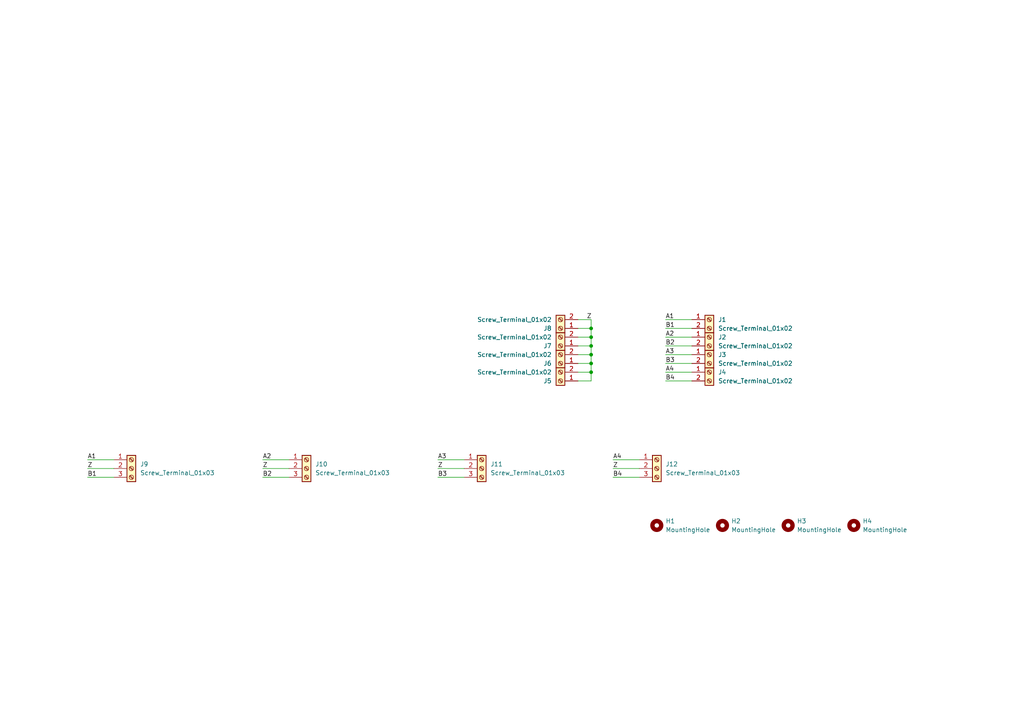
<source format=kicad_sch>
(kicad_sch (version 20250114) (generator "eeschema") (generator_version "9.0")
  (paper "A4")
  (lib_symbols
    (symbol "Connector:Screw_Terminal_01x02" (pin_names (offset 1.016) (hide yes))
      (property "Reference" "J" (at 0 2.54 0))
      (property "Value" "Screw_Terminal_01x02" (at 0 -5.08 0))
      (symbol "Screw_Terminal_01x02_1_1"
        (rectangle (start -1.27 1.27) (end 1.27 -3.81) (stroke (width 0.254)) (fill (type background)))
        (polyline (pts (xy -0.5334 0.3302) (xy 0.3302 -0.508)) (stroke (width 0.1524)))
        (polyline (pts (xy -0.5334 -2.2098) (xy 0.3302 -3.048)) (stroke (width 0.1524)))
        (polyline (pts (xy -0.3556 0.508) (xy 0.508 -0.3302)) (stroke (width 0.1524)))
        (polyline (pts (xy -0.3556 -2.032) (xy 0.508 -2.8702)) (stroke (width 0.1524)))
        (circle (center 0 0) (radius 0.635) (stroke (width 0.1524)))
        (circle (center 0 -2.54) (radius 0.635) (stroke (width 0.1524)))
        (pin passive line (at -5.08 0 0) (length 3.81) (name "Pin_1") (number "1"))
        (pin passive line (at -5.08 -2.54 0) (length 3.81) (name "Pin_2") (number "2"))
      )
    )
    (symbol "Connector:Screw_Terminal_01x03" (pin_names (offset 1.016) (hide yes))
      (property "Reference" "J" (at 0 5.08 0))
      (property "Value" "Screw_Terminal_01x03" (at 0 -5.08 0))
      (symbol "Screw_Terminal_01x03_1_1"
        (rectangle (start -1.27 3.81) (end 1.27 -3.81) (stroke (width 0.254)) (fill (type background)))
        (polyline (pts (xy -0.5334 2.8702) (xy 0.3302 2.032)) (stroke (width 0.1524)))
        (polyline (pts (xy -0.5334 0.3302) (xy 0.3302 -0.508)) (stroke (width 0.1524)))
        (polyline (pts (xy -0.5334 -2.2098) (xy 0.3302 -3.048)) (stroke (width 0.1524)))
        (polyline (pts (xy -0.3556 3.048) (xy 0.508 2.2098)) (stroke (width 0.1524)))
        (polyline (pts (xy -0.3556 0.508) (xy 0.508 -0.3302)) (stroke (width 0.1524)))
        (polyline (pts (xy -0.3556 -2.032) (xy 0.508 -2.8702)) (stroke (width 0.1524)))
        (circle (center 0 2.54) (radius 0.635) (stroke (width 0.1524)))
        (circle (center 0 0) (radius 0.635) (stroke (width 0.1524)))
        (circle (center 0 -2.54) (radius 0.635) (stroke (width 0.1524)))
        (pin passive line (at -5.08 2.54 0) (length 3.81) (name "Pin_1") (number "1"))
        (pin passive line (at -5.08 0 0) (length 3.81) (name "Pin_2") (number "2"))
        (pin passive line (at -5.08 -2.54 0) (length 3.81) (name "Pin_3") (number "3"))
      )
    )
    (symbol "Mechanical:MountingHole" (pin_names (offset 1.016))
      (property "Reference" "H" (at 0 5.08 0))
      (property "Value" "MountingHole" (at 0 3.175 0))
      (symbol "MountingHole_0_1"
        (circle (center 0 0) (radius 1.27) (stroke (width 1.27)))
      )
    )
  )
  (junction (at 171.45 97.79))
  (junction (at 171.45 100.33))
  (junction (at 171.45 95.25))
  (junction (at 171.45 105.41))
  (junction (at 171.45 107.95))
  (junction (at 171.45 102.87))
  (wire (pts (xy 171.45 92.71) (xy 171.45 95.25)))
  (wire (pts (xy 127 133.35) (xy 134.62 133.35)))
  (wire (pts (xy 193.04 102.87) (xy 200.66 102.87)))
  (wire (pts (xy 177.8 138.43) (xy 185.42 138.43)))
  (wire (pts (xy 193.04 100.33) (xy 200.66 100.33)))
  (wire (pts (xy 171.45 102.87) (xy 171.45 105.41)))
  (wire (pts (xy 193.04 97.79) (xy 200.66 97.79)))
  (wire (pts (xy 171.45 95.25) (xy 171.45 97.79)))
  (wire (pts (xy 25.4 135.89) (xy 33.02 135.89)))
  (wire (pts (xy 127 138.43) (xy 134.62 138.43)))
  (wire (pts (xy 171.45 105.41) (xy 171.45 107.95)))
  (wire (pts (xy 167.64 95.25) (xy 171.45 95.25)))
  (wire (pts (xy 177.8 135.89) (xy 185.42 135.89)))
  (wire (pts (xy 193.04 92.71) (xy 200.66 92.71)))
  (wire (pts (xy 25.4 133.35) (xy 33.02 133.35)))
  (wire (pts (xy 167.64 107.95) (xy 171.45 107.95)))
  (wire (pts (xy 76.2 135.89) (xy 83.82 135.89)))
  (wire (pts (xy 193.04 95.25) (xy 200.66 95.25)))
  (wire (pts (xy 167.64 102.87) (xy 171.45 102.87)))
  (wire (pts (xy 171.45 100.33) (xy 171.45 102.87)))
  (wire (pts (xy 76.2 133.35) (xy 83.82 133.35)))
  (wire (pts (xy 193.04 110.49) (xy 200.66 110.49)))
  (wire (pts (xy 171.45 107.95) (xy 171.45 110.49)))
  (wire (pts (xy 76.2 138.43) (xy 83.82 138.43)))
  (wire (pts (xy 167.64 92.71) (xy 171.45 92.71)))
  (wire (pts (xy 171.45 97.79) (xy 171.45 100.33)))
  (wire (pts (xy 193.04 105.41) (xy 200.66 105.41)))
  (wire (pts (xy 193.04 107.95) (xy 200.66 107.95)))
  (wire (pts (xy 167.64 97.79) (xy 171.45 97.79)))
  (wire (pts (xy 177.8 133.35) (xy 185.42 133.35)))
  (wire (pts (xy 127 135.89) (xy 134.62 135.89)))
  (wire (pts (xy 167.64 105.41) (xy 171.45 105.41)))
  (wire (pts (xy 167.64 100.33) (xy 171.45 100.33)))
  (wire (pts (xy 25.4 138.43) (xy 33.02 138.43)))
  (wire (pts (xy 167.64 110.49) (xy 171.45 110.49)))
  (label "Z" (at 76.2 135.89 0))
  (label "A4" (at 193.04 107.95 0))
  (label "A3" (at 193.04 102.87 0))
  (label "A3" (at 127 133.35 0))
  (label "A2" (at 193.04 97.79 0))
  (label "B2" (at 193.04 100.33 0))
  (label "A4" (at 177.8 133.35 0))
  (label "A1" (at 193.04 92.71 0))
  (label "B1" (at 25.4 138.43 0))
  (label "A2" (at 76.2 133.35 0))
  (label "Z" (at 25.4 135.89 0))
  (label "B3" (at 127 138.43 0))
  (label "A1" (at 25.4 133.35 0))
  (label "Z" (at 127 135.89 0))
  (label "Z" (at 177.8 135.89 0))
  (label "B3" (at 193.04 105.41 0))
  (label "B4" (at 177.8 138.43 0))
  (label "B4" (at 193.04 110.49 0))
  (label "B2" (at 76.2 138.43 0))
  (label "Z" (at 170.18 92.71 0))
  (label "B1" (at 193.04 95.25 0))
  (symbol (lib_id "Connector:Screw_Terminal_01x02") (at 205.74 102.87 0) (unit 1)
    (property "Reference" "J3" (at 208.28 102.8699 0) (effects (justify left)))
    (property "Value" "Screw_Terminal_01x02" (at 208.28 105.4099 0) (effects (justify left)))
    (property "Footprint" "TerminalBlock_Phoenix:TerminalBlock_Phoenix_MKDS-1,5-2_1x02_P5.00mm_Horizontal" (effects (hide yes)))
  )
  (symbol (lib_id "Connector:Screw_Terminal_01x03") (at 139.7 135.89 0) (unit 1)
    (property "Reference" "J11" (at 142.24 134.6199 0) (effects (justify left)))
    (property "Value" "Screw_Terminal_01x03" (at 142.24 137.1599 0) (effects (justify left)))
    (property "Footprint" "TerminalBlock_Phoenix:TerminalBlock_Phoenix_MKDS-1,5-3_1x03_P5.00mm_Horizontal" (effects (hide yes)))
    (property "Description" "Generic screw terminal, single row, 01x03, script generated (kicad-library-utils/schlib/autogen/connector/)" (effects (hide yes)))
  )
  (symbol (lib_id "Connector:Screw_Terminal_01x02") (at 162.56 110.49 180) (unit 1)
    (property "Reference" "J5" (at 160.02 110.4901 0) (effects (justify left)))
    (property "Value" "Screw_Terminal_01x02" (at 160.02 107.9501 0) (effects (justify left)))
    (property "Footprint" "TerminalBlock_Phoenix:TerminalBlock_Phoenix_MKDS-1,5-2_1x02_P5.00mm_Horizontal" (effects (hide yes)))
  )
  (symbol (lib_id "Connector:Screw_Terminal_01x02") (at 162.56 95.25 180) (unit 1)
    (property "Reference" "J8" (at 160.02 95.2501 0) (effects (justify left)))
    (property "Value" "Screw_Terminal_01x02" (at 160.02 92.7101 0) (effects (justify left)))
    (property "Footprint" "TerminalBlock_Phoenix:TerminalBlock_Phoenix_MKDS-1,5-2_1x02_P5.00mm_Horizontal" (effects (hide yes)))
  )
  (symbol (lib_id "Connector:Screw_Terminal_01x03") (at 88.9 135.89 0) (unit 1)
    (property "Reference" "J10" (at 91.44 134.6199 0) (effects (justify left)))
    (property "Value" "Screw_Terminal_01x03" (at 91.44 137.1599 0) (effects (justify left)))
    (property "Footprint" "TerminalBlock_Phoenix:TerminalBlock_Phoenix_MKDS-1,5-3_1x03_P5.00mm_Horizontal" (effects (hide yes)))
    (property "Description" "Generic screw terminal, single row, 01x03, script generated (kicad-library-utils/schlib/autogen/connector/)" (effects (hide yes)))
  )
  (symbol (lib_id "Mechanical:MountingHole") (at 228.6 152.4 0) (unit 1)
    (property "Reference" "H3" (at 231.14 151.1299 0) (effects (justify left)))
    (property "Value" "MountingHole" (at 231.14 153.6699 0) (effects (justify left)))
    (property "Footprint" "MountingHole:MountingHole_3.2mm_M3" (effects (hide yes)))
  )
  (symbol (lib_id "Connector:Screw_Terminal_01x02") (at 205.74 107.95 0) (unit 1)
    (property "Reference" "J4" (at 208.28 107.9499 0) (effects (justify left)))
    (property "Value" "Screw_Terminal_01x02" (at 208.28 110.4899 0) (effects (justify left)))
    (property "Footprint" "TerminalBlock_Phoenix:TerminalBlock_Phoenix_MKDS-1,5-2_1x02_P5.00mm_Horizontal" (effects (hide yes)))
  )
  (symbol (lib_id "Connector:Screw_Terminal_01x02") (at 162.56 100.33 180) (unit 1)
    (property "Reference" "J7" (at 160.02 100.3301 0) (effects (justify left)))
    (property "Value" "Screw_Terminal_01x02" (at 160.02 97.7901 0) (effects (justify left)))
    (property "Footprint" "TerminalBlock_Phoenix:TerminalBlock_Phoenix_MKDS-1,5-2_1x02_P5.00mm_Horizontal" (effects (hide yes)))
  )
  (symbol (lib_id "Connector:Screw_Terminal_01x03") (at 38.1 135.89 0) (unit 1)
    (property "Reference" "J9" (at 40.64 134.6199 0) (effects (justify left)))
    (property "Value" "Screw_Terminal_01x03" (at 40.64 137.1599 0) (effects (justify left)))
    (property "Footprint" "TerminalBlock_Phoenix:TerminalBlock_Phoenix_MKDS-1,5-3_1x03_P5.00mm_Horizontal" (effects (hide yes)))
    (property "Description" "Generic screw terminal, single row, 01x03, script generated (kicad-library-utils/schlib/autogen/connector/)" (effects (hide yes)))
  )
  (symbol (lib_id "Connector:Screw_Terminal_01x02") (at 162.56 105.41 180) (unit 1)
    (property "Reference" "J6" (at 160.02 105.4101 0) (effects (justify left)))
    (property "Value" "Screw_Terminal_01x02" (at 160.02 102.8701 0) (effects (justify left)))
    (property "Footprint" "TerminalBlock_Phoenix:TerminalBlock_Phoenix_MKDS-1,5-2_1x02_P5.00mm_Horizontal" (effects (hide yes)))
  )
  (symbol (lib_id "Mechanical:MountingHole") (at 190.5 152.4 0) (unit 1)
    (property "Reference" "H1" (at 193.04 151.1299 0) (effects (justify left)))
    (property "Value" "MountingHole" (at 193.04 153.6699 0) (effects (justify left)))
    (property "Footprint" "MountingHole:MountingHole_3.2mm_M3" (effects (hide yes)))
  )
  (symbol (lib_id "Connector:Screw_Terminal_01x02") (at 205.74 97.79 0) (unit 1)
    (property "Reference" "J2" (at 208.28 97.7899 0) (effects (justify left)))
    (property "Value" "Screw_Terminal_01x02" (at 208.28 100.3299 0) (effects (justify left)))
    (property "Footprint" "TerminalBlock_Phoenix:TerminalBlock_Phoenix_MKDS-1,5-2_1x02_P5.00mm_Horizontal" (effects (hide yes)))
  )
  (symbol (lib_id "Mechanical:MountingHole") (at 209.55 152.4 0) (unit 1)
    (property "Reference" "H2" (at 212.09 151.1299 0) (effects (justify left)))
    (property "Value" "MountingHole" (at 212.09 153.6699 0) (effects (justify left)))
    (property "Footprint" "MountingHole:MountingHole_3.2mm_M3" (effects (hide yes)))
  )
  (symbol (lib_id "Connector:Screw_Terminal_01x03") (at 190.5 135.89 0) (unit 1)
    (property "Reference" "J12" (at 193.04 134.6199 0) (effects (justify left)))
    (property "Value" "Screw_Terminal_01x03" (at 193.04 137.1599 0) (effects (justify left)))
    (property "Footprint" "TerminalBlock_Phoenix:TerminalBlock_Phoenix_MKDS-1,5-3_1x03_P5.00mm_Horizontal" (effects (hide yes)))
    (property "Description" "Generic screw terminal, single row, 01x03, script generated (kicad-library-utils/schlib/autogen/connector/)" (effects (hide yes)))
  )
  (symbol (lib_id "Connector:Screw_Terminal_01x02") (at 205.74 92.71 0) (unit 1)
    (property "Reference" "J1" (at 208.28 92.7099 0) (effects (justify left)))
    (property "Value" "Screw_Terminal_01x02" (at 208.28 95.2499 0) (effects (justify left)))
    (property "Footprint" "TerminalBlock_Phoenix:TerminalBlock_Phoenix_MKDS-1,5-2_1x02_P5.00mm_Horizontal" (effects (hide yes)))
  )
  (symbol (lib_id "Mechanical:MountingHole") (at 247.65 152.4 0) (unit 1)
    (property "Reference" "H4" (at 250.19 151.1299 0) (effects (justify left)))
    (property "Value" "MountingHole" (at 250.19 153.6699 0) (effects (justify left)))
    (property "Footprint" "MountingHole:MountingHole_3.2mm_M3" (effects (hide yes)))
  )
)
</source>
